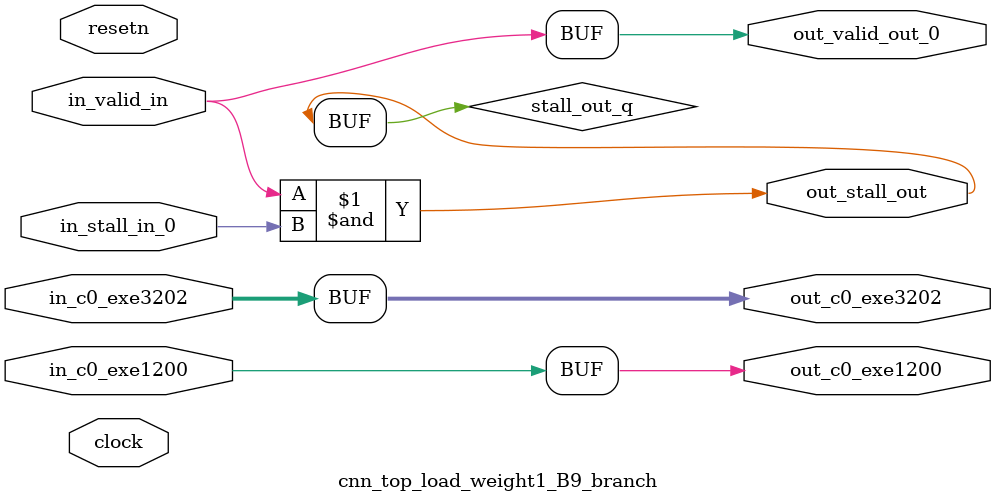
<source format=sv>



(* altera_attribute = "-name AUTO_SHIFT_REGISTER_RECOGNITION OFF; -name MESSAGE_DISABLE 10036; -name MESSAGE_DISABLE 10037; -name MESSAGE_DISABLE 14130; -name MESSAGE_DISABLE 14320; -name MESSAGE_DISABLE 15400; -name MESSAGE_DISABLE 14130; -name MESSAGE_DISABLE 10036; -name MESSAGE_DISABLE 12020; -name MESSAGE_DISABLE 12030; -name MESSAGE_DISABLE 12010; -name MESSAGE_DISABLE 12110; -name MESSAGE_DISABLE 14320; -name MESSAGE_DISABLE 13410; -name MESSAGE_DISABLE 113007; -name MESSAGE_DISABLE 10958" *)
module cnn_top_load_weight1_B9_branch (
    input wire [0:0] in_c0_exe1200,
    input wire [31:0] in_c0_exe3202,
    input wire [0:0] in_stall_in_0,
    input wire [0:0] in_valid_in,
    output wire [0:0] out_c0_exe1200,
    output wire [31:0] out_c0_exe3202,
    output wire [0:0] out_stall_out,
    output wire [0:0] out_valid_out_0,
    input wire clock,
    input wire resetn
    );

    wire [0:0] stall_out_q;


    // out_c0_exe1200(GPOUT,6)
    assign out_c0_exe1200 = in_c0_exe1200;

    // out_c0_exe3202(GPOUT,7)
    assign out_c0_exe3202 = in_c0_exe3202;

    // stall_out(LOGICAL,10)
    assign stall_out_q = in_valid_in & in_stall_in_0;

    // out_stall_out(GPOUT,8)
    assign out_stall_out = stall_out_q;

    // out_valid_out_0(GPOUT,9)
    assign out_valid_out_0 = in_valid_in;

endmodule

</source>
